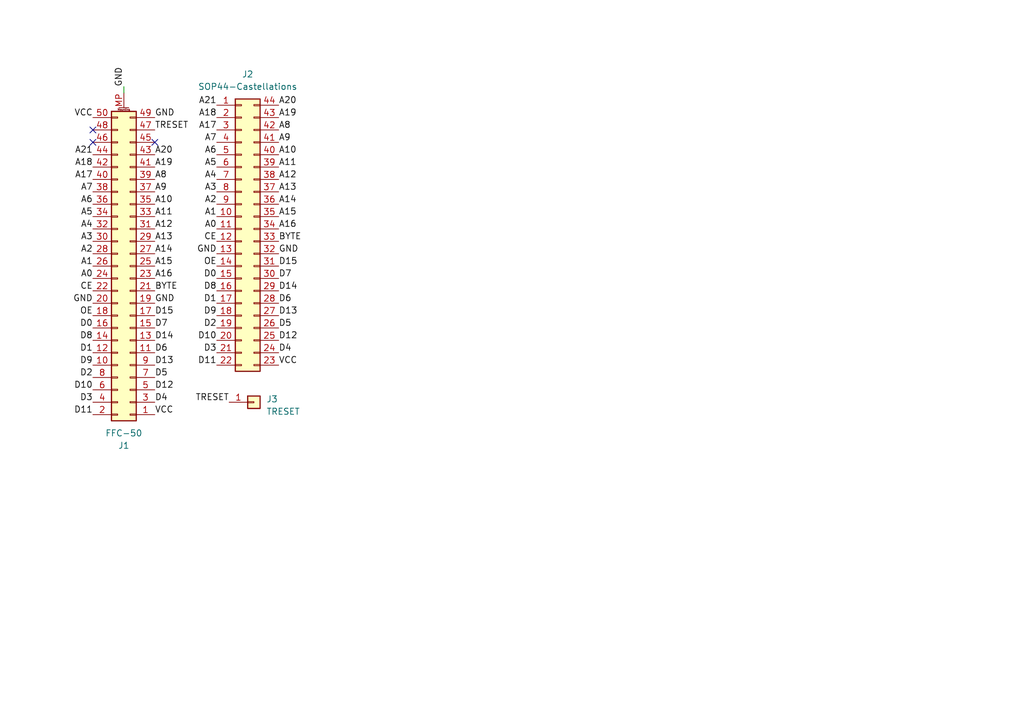
<source format=kicad_sch>
(kicad_sch (version 20230121) (generator eeschema)

  (uuid 218a50b5-5328-4910-8bfa-477207937a67)

  (paper "A5")

  (title_block
    (title "TokuROM Target-SOP44")
    (rev "1.1")
    (company "github.com/kasamikona/TokuROM")
  )

  (lib_symbols
    (symbol "Connector_Generic:Conn_01x01" (pin_names (offset 1.016) hide) (in_bom yes) (on_board yes)
      (property "Reference" "J" (at 0 2.54 0)
        (effects (font (size 1.27 1.27)))
      )
      (property "Value" "Conn_01x01" (at 0 -2.54 0)
        (effects (font (size 1.27 1.27)))
      )
      (property "Footprint" "" (at 0 0 0)
        (effects (font (size 1.27 1.27)) hide)
      )
      (property "Datasheet" "~" (at 0 0 0)
        (effects (font (size 1.27 1.27)) hide)
      )
      (property "ki_keywords" "connector" (at 0 0 0)
        (effects (font (size 1.27 1.27)) hide)
      )
      (property "ki_description" "Generic connector, single row, 01x01, script generated (kicad-library-utils/schlib/autogen/connector/)" (at 0 0 0)
        (effects (font (size 1.27 1.27)) hide)
      )
      (property "ki_fp_filters" "Connector*:*_1x??_*" (at 0 0 0)
        (effects (font (size 1.27 1.27)) hide)
      )
      (symbol "Conn_01x01_1_1"
        (rectangle (start -1.27 0.127) (end 0 -0.127)
          (stroke (width 0.1524) (type default))
          (fill (type none))
        )
        (rectangle (start -1.27 1.27) (end 1.27 -1.27)
          (stroke (width 0.254) (type default))
          (fill (type background))
        )
        (pin passive line (at -5.08 0 0) (length 3.81)
          (name "Pin_1" (effects (font (size 1.27 1.27))))
          (number "1" (effects (font (size 1.27 1.27))))
        )
      )
    )
    (symbol "Connector_Generic:Conn_02x22_Counter_Clockwise" (pin_names (offset 1.016) hide) (in_bom yes) (on_board yes)
      (property "Reference" "J" (at 1.27 27.94 0)
        (effects (font (size 1.27 1.27)))
      )
      (property "Value" "Conn_02x22_Counter_Clockwise" (at 1.27 -30.48 0)
        (effects (font (size 1.27 1.27)))
      )
      (property "Footprint" "" (at 0 0 0)
        (effects (font (size 1.27 1.27)) hide)
      )
      (property "Datasheet" "~" (at 0 0 0)
        (effects (font (size 1.27 1.27)) hide)
      )
      (property "ki_keywords" "connector" (at 0 0 0)
        (effects (font (size 1.27 1.27)) hide)
      )
      (property "ki_description" "Generic connector, double row, 02x22, counter clockwise pin numbering scheme (similar to DIP package numbering), script generated (kicad-library-utils/schlib/autogen/connector/)" (at 0 0 0)
        (effects (font (size 1.27 1.27)) hide)
      )
      (property "ki_fp_filters" "Connector*:*_2x??_*" (at 0 0 0)
        (effects (font (size 1.27 1.27)) hide)
      )
      (symbol "Conn_02x22_Counter_Clockwise_1_1"
        (rectangle (start -1.27 -27.813) (end 0 -28.067)
          (stroke (width 0.1524) (type default))
          (fill (type none))
        )
        (rectangle (start -1.27 -25.273) (end 0 -25.527)
          (stroke (width 0.1524) (type default))
          (fill (type none))
        )
        (rectangle (start -1.27 -22.733) (end 0 -22.987)
          (stroke (width 0.1524) (type default))
          (fill (type none))
        )
        (rectangle (start -1.27 -20.193) (end 0 -20.447)
          (stroke (width 0.1524) (type default))
          (fill (type none))
        )
        (rectangle (start -1.27 -17.653) (end 0 -17.907)
          (stroke (width 0.1524) (type default))
          (fill (type none))
        )
        (rectangle (start -1.27 -15.113) (end 0 -15.367)
          (stroke (width 0.1524) (type default))
          (fill (type none))
        )
        (rectangle (start -1.27 -12.573) (end 0 -12.827)
          (stroke (width 0.1524) (type default))
          (fill (type none))
        )
        (rectangle (start -1.27 -10.033) (end 0 -10.287)
          (stroke (width 0.1524) (type default))
          (fill (type none))
        )
        (rectangle (start -1.27 -7.493) (end 0 -7.747)
          (stroke (width 0.1524) (type default))
          (fill (type none))
        )
        (rectangle (start -1.27 -4.953) (end 0 -5.207)
          (stroke (width 0.1524) (type default))
          (fill (type none))
        )
        (rectangle (start -1.27 -2.413) (end 0 -2.667)
          (stroke (width 0.1524) (type default))
          (fill (type none))
        )
        (rectangle (start -1.27 0.127) (end 0 -0.127)
          (stroke (width 0.1524) (type default))
          (fill (type none))
        )
        (rectangle (start -1.27 2.667) (end 0 2.413)
          (stroke (width 0.1524) (type default))
          (fill (type none))
        )
        (rectangle (start -1.27 5.207) (end 0 4.953)
          (stroke (width 0.1524) (type default))
          (fill (type none))
        )
        (rectangle (start -1.27 7.747) (end 0 7.493)
          (stroke (width 0.1524) (type default))
          (fill (type none))
        )
        (rectangle (start -1.27 10.287) (end 0 10.033)
          (stroke (width 0.1524) (type default))
          (fill (type none))
        )
        (rectangle (start -1.27 12.827) (end 0 12.573)
          (stroke (width 0.1524) (type default))
          (fill (type none))
        )
        (rectangle (start -1.27 15.367) (end 0 15.113)
          (stroke (width 0.1524) (type default))
          (fill (type none))
        )
        (rectangle (start -1.27 17.907) (end 0 17.653)
          (stroke (width 0.1524) (type default))
          (fill (type none))
        )
        (rectangle (start -1.27 20.447) (end 0 20.193)
          (stroke (width 0.1524) (type default))
          (fill (type none))
        )
        (rectangle (start -1.27 22.987) (end 0 22.733)
          (stroke (width 0.1524) (type default))
          (fill (type none))
        )
        (rectangle (start -1.27 25.527) (end 0 25.273)
          (stroke (width 0.1524) (type default))
          (fill (type none))
        )
        (rectangle (start -1.27 26.67) (end 3.81 -29.21)
          (stroke (width 0.254) (type default))
          (fill (type background))
        )
        (rectangle (start 3.81 -27.813) (end 2.54 -28.067)
          (stroke (width 0.1524) (type default))
          (fill (type none))
        )
        (rectangle (start 3.81 -25.273) (end 2.54 -25.527)
          (stroke (width 0.1524) (type default))
          (fill (type none))
        )
        (rectangle (start 3.81 -22.733) (end 2.54 -22.987)
          (stroke (width 0.1524) (type default))
          (fill (type none))
        )
        (rectangle (start 3.81 -20.193) (end 2.54 -20.447)
          (stroke (width 0.1524) (type default))
          (fill (type none))
        )
        (rectangle (start 3.81 -17.653) (end 2.54 -17.907)
          (stroke (width 0.1524) (type default))
          (fill (type none))
        )
        (rectangle (start 3.81 -15.113) (end 2.54 -15.367)
          (stroke (width 0.1524) (type default))
          (fill (type none))
        )
        (rectangle (start 3.81 -12.573) (end 2.54 -12.827)
          (stroke (width 0.1524) (type default))
          (fill (type none))
        )
        (rectangle (start 3.81 -10.033) (end 2.54 -10.287)
          (stroke (width 0.1524) (type default))
          (fill (type none))
        )
        (rectangle (start 3.81 -7.493) (end 2.54 -7.747)
          (stroke (width 0.1524) (type default))
          (fill (type none))
        )
        (rectangle (start 3.81 -4.953) (end 2.54 -5.207)
          (stroke (width 0.1524) (type default))
          (fill (type none))
        )
        (rectangle (start 3.81 -2.413) (end 2.54 -2.667)
          (stroke (width 0.1524) (type default))
          (fill (type none))
        )
        (rectangle (start 3.81 0.127) (end 2.54 -0.127)
          (stroke (width 0.1524) (type default))
          (fill (type none))
        )
        (rectangle (start 3.81 2.667) (end 2.54 2.413)
          (stroke (width 0.1524) (type default))
          (fill (type none))
        )
        (rectangle (start 3.81 5.207) (end 2.54 4.953)
          (stroke (width 0.1524) (type default))
          (fill (type none))
        )
        (rectangle (start 3.81 7.747) (end 2.54 7.493)
          (stroke (width 0.1524) (type default))
          (fill (type none))
        )
        (rectangle (start 3.81 10.287) (end 2.54 10.033)
          (stroke (width 0.1524) (type default))
          (fill (type none))
        )
        (rectangle (start 3.81 12.827) (end 2.54 12.573)
          (stroke (width 0.1524) (type default))
          (fill (type none))
        )
        (rectangle (start 3.81 15.367) (end 2.54 15.113)
          (stroke (width 0.1524) (type default))
          (fill (type none))
        )
        (rectangle (start 3.81 17.907) (end 2.54 17.653)
          (stroke (width 0.1524) (type default))
          (fill (type none))
        )
        (rectangle (start 3.81 20.447) (end 2.54 20.193)
          (stroke (width 0.1524) (type default))
          (fill (type none))
        )
        (rectangle (start 3.81 22.987) (end 2.54 22.733)
          (stroke (width 0.1524) (type default))
          (fill (type none))
        )
        (rectangle (start 3.81 25.527) (end 2.54 25.273)
          (stroke (width 0.1524) (type default))
          (fill (type none))
        )
        (pin passive line (at -5.08 25.4 0) (length 3.81)
          (name "Pin_1" (effects (font (size 1.27 1.27))))
          (number "1" (effects (font (size 1.27 1.27))))
        )
        (pin passive line (at -5.08 2.54 0) (length 3.81)
          (name "Pin_10" (effects (font (size 1.27 1.27))))
          (number "10" (effects (font (size 1.27 1.27))))
        )
        (pin passive line (at -5.08 0 0) (length 3.81)
          (name "Pin_11" (effects (font (size 1.27 1.27))))
          (number "11" (effects (font (size 1.27 1.27))))
        )
        (pin passive line (at -5.08 -2.54 0) (length 3.81)
          (name "Pin_12" (effects (font (size 1.27 1.27))))
          (number "12" (effects (font (size 1.27 1.27))))
        )
        (pin passive line (at -5.08 -5.08 0) (length 3.81)
          (name "Pin_13" (effects (font (size 1.27 1.27))))
          (number "13" (effects (font (size 1.27 1.27))))
        )
        (pin passive line (at -5.08 -7.62 0) (length 3.81)
          (name "Pin_14" (effects (font (size 1.27 1.27))))
          (number "14" (effects (font (size 1.27 1.27))))
        )
        (pin passive line (at -5.08 -10.16 0) (length 3.81)
          (name "Pin_15" (effects (font (size 1.27 1.27))))
          (number "15" (effects (font (size 1.27 1.27))))
        )
        (pin passive line (at -5.08 -12.7 0) (length 3.81)
          (name "Pin_16" (effects (font (size 1.27 1.27))))
          (number "16" (effects (font (size 1.27 1.27))))
        )
        (pin passive line (at -5.08 -15.24 0) (length 3.81)
          (name "Pin_17" (effects (font (size 1.27 1.27))))
          (number "17" (effects (font (size 1.27 1.27))))
        )
        (pin passive line (at -5.08 -17.78 0) (length 3.81)
          (name "Pin_18" (effects (font (size 1.27 1.27))))
          (number "18" (effects (font (size 1.27 1.27))))
        )
        (pin passive line (at -5.08 -20.32 0) (length 3.81)
          (name "Pin_19" (effects (font (size 1.27 1.27))))
          (number "19" (effects (font (size 1.27 1.27))))
        )
        (pin passive line (at -5.08 22.86 0) (length 3.81)
          (name "Pin_2" (effects (font (size 1.27 1.27))))
          (number "2" (effects (font (size 1.27 1.27))))
        )
        (pin passive line (at -5.08 -22.86 0) (length 3.81)
          (name "Pin_20" (effects (font (size 1.27 1.27))))
          (number "20" (effects (font (size 1.27 1.27))))
        )
        (pin passive line (at -5.08 -25.4 0) (length 3.81)
          (name "Pin_21" (effects (font (size 1.27 1.27))))
          (number "21" (effects (font (size 1.27 1.27))))
        )
        (pin passive line (at -5.08 -27.94 0) (length 3.81)
          (name "Pin_22" (effects (font (size 1.27 1.27))))
          (number "22" (effects (font (size 1.27 1.27))))
        )
        (pin passive line (at 7.62 -27.94 180) (length 3.81)
          (name "Pin_23" (effects (font (size 1.27 1.27))))
          (number "23" (effects (font (size 1.27 1.27))))
        )
        (pin passive line (at 7.62 -25.4 180) (length 3.81)
          (name "Pin_24" (effects (font (size 1.27 1.27))))
          (number "24" (effects (font (size 1.27 1.27))))
        )
        (pin passive line (at 7.62 -22.86 180) (length 3.81)
          (name "Pin_25" (effects (font (size 1.27 1.27))))
          (number "25" (effects (font (size 1.27 1.27))))
        )
        (pin passive line (at 7.62 -20.32 180) (length 3.81)
          (name "Pin_26" (effects (font (size 1.27 1.27))))
          (number "26" (effects (font (size 1.27 1.27))))
        )
        (pin passive line (at 7.62 -17.78 180) (length 3.81)
          (name "Pin_27" (effects (font (size 1.27 1.27))))
          (number "27" (effects (font (size 1.27 1.27))))
        )
        (pin passive line (at 7.62 -15.24 180) (length 3.81)
          (name "Pin_28" (effects (font (size 1.27 1.27))))
          (number "28" (effects (font (size 1.27 1.27))))
        )
        (pin passive line (at 7.62 -12.7 180) (length 3.81)
          (name "Pin_29" (effects (font (size 1.27 1.27))))
          (number "29" (effects (font (size 1.27 1.27))))
        )
        (pin passive line (at -5.08 20.32 0) (length 3.81)
          (name "Pin_3" (effects (font (size 1.27 1.27))))
          (number "3" (effects (font (size 1.27 1.27))))
        )
        (pin passive line (at 7.62 -10.16 180) (length 3.81)
          (name "Pin_30" (effects (font (size 1.27 1.27))))
          (number "30" (effects (font (size 1.27 1.27))))
        )
        (pin passive line (at 7.62 -7.62 180) (length 3.81)
          (name "Pin_31" (effects (font (size 1.27 1.27))))
          (number "31" (effects (font (size 1.27 1.27))))
        )
        (pin passive line (at 7.62 -5.08 180) (length 3.81)
          (name "Pin_32" (effects (font (size 1.27 1.27))))
          (number "32" (effects (font (size 1.27 1.27))))
        )
        (pin passive line (at 7.62 -2.54 180) (length 3.81)
          (name "Pin_33" (effects (font (size 1.27 1.27))))
          (number "33" (effects (font (size 1.27 1.27))))
        )
        (pin passive line (at 7.62 0 180) (length 3.81)
          (name "Pin_34" (effects (font (size 1.27 1.27))))
          (number "34" (effects (font (size 1.27 1.27))))
        )
        (pin passive line (at 7.62 2.54 180) (length 3.81)
          (name "Pin_35" (effects (font (size 1.27 1.27))))
          (number "35" (effects (font (size 1.27 1.27))))
        )
        (pin passive line (at 7.62 5.08 180) (length 3.81)
          (name "Pin_36" (effects (font (size 1.27 1.27))))
          (number "36" (effects (font (size 1.27 1.27))))
        )
        (pin passive line (at 7.62 7.62 180) (length 3.81)
          (name "Pin_37" (effects (font (size 1.27 1.27))))
          (number "37" (effects (font (size 1.27 1.27))))
        )
        (pin passive line (at 7.62 10.16 180) (length 3.81)
          (name "Pin_38" (effects (font (size 1.27 1.27))))
          (number "38" (effects (font (size 1.27 1.27))))
        )
        (pin passive line (at 7.62 12.7 180) (length 3.81)
          (name "Pin_39" (effects (font (size 1.27 1.27))))
          (number "39" (effects (font (size 1.27 1.27))))
        )
        (pin passive line (at -5.08 17.78 0) (length 3.81)
          (name "Pin_4" (effects (font (size 1.27 1.27))))
          (number "4" (effects (font (size 1.27 1.27))))
        )
        (pin passive line (at 7.62 15.24 180) (length 3.81)
          (name "Pin_40" (effects (font (size 1.27 1.27))))
          (number "40" (effects (font (size 1.27 1.27))))
        )
        (pin passive line (at 7.62 17.78 180) (length 3.81)
          (name "Pin_41" (effects (font (size 1.27 1.27))))
          (number "41" (effects (font (size 1.27 1.27))))
        )
        (pin passive line (at 7.62 20.32 180) (length 3.81)
          (name "Pin_42" (effects (font (size 1.27 1.27))))
          (number "42" (effects (font (size 1.27 1.27))))
        )
        (pin passive line (at 7.62 22.86 180) (length 3.81)
          (name "Pin_43" (effects (font (size 1.27 1.27))))
          (number "43" (effects (font (size 1.27 1.27))))
        )
        (pin passive line (at 7.62 25.4 180) (length 3.81)
          (name "Pin_44" (effects (font (size 1.27 1.27))))
          (number "44" (effects (font (size 1.27 1.27))))
        )
        (pin passive line (at -5.08 15.24 0) (length 3.81)
          (name "Pin_5" (effects (font (size 1.27 1.27))))
          (number "5" (effects (font (size 1.27 1.27))))
        )
        (pin passive line (at -5.08 12.7 0) (length 3.81)
          (name "Pin_6" (effects (font (size 1.27 1.27))))
          (number "6" (effects (font (size 1.27 1.27))))
        )
        (pin passive line (at -5.08 10.16 0) (length 3.81)
          (name "Pin_7" (effects (font (size 1.27 1.27))))
          (number "7" (effects (font (size 1.27 1.27))))
        )
        (pin passive line (at -5.08 7.62 0) (length 3.81)
          (name "Pin_8" (effects (font (size 1.27 1.27))))
          (number "8" (effects (font (size 1.27 1.27))))
        )
        (pin passive line (at -5.08 5.08 0) (length 3.81)
          (name "Pin_9" (effects (font (size 1.27 1.27))))
          (number "9" (effects (font (size 1.27 1.27))))
        )
      )
    )
    (symbol "Connector_Generic_MountingPin:Conn_02x25_Odd_Even_MountingPin" (pin_names (offset 1.016) hide) (in_bom yes) (on_board yes)
      (property "Reference" "J" (at 1.27 33.02 0)
        (effects (font (size 1.27 1.27)))
      )
      (property "Value" "Conn_02x25_Odd_Even_MountingPin" (at 2.54 -33.02 0)
        (effects (font (size 1.27 1.27)) (justify left))
      )
      (property "Footprint" "" (at 0 0 0)
        (effects (font (size 1.27 1.27)) hide)
      )
      (property "Datasheet" "~" (at 0 0 0)
        (effects (font (size 1.27 1.27)) hide)
      )
      (property "ki_keywords" "connector" (at 0 0 0)
        (effects (font (size 1.27 1.27)) hide)
      )
      (property "ki_description" "Generic connectable mounting pin connector, double row, 02x25, odd/even pin numbering scheme (row 1 odd numbers, row 2 even numbers), script generated (kicad-library-utils/schlib/autogen/connector/)" (at 0 0 0)
        (effects (font (size 1.27 1.27)) hide)
      )
      (property "ki_fp_filters" "Connector*:*_2x??-1MP*" (at 0 0 0)
        (effects (font (size 1.27 1.27)) hide)
      )
      (symbol "Conn_02x25_Odd_Even_MountingPin_1_1"
        (rectangle (start -1.27 -30.353) (end 0 -30.607)
          (stroke (width 0.1524) (type default))
          (fill (type none))
        )
        (rectangle (start -1.27 -27.813) (end 0 -28.067)
          (stroke (width 0.1524) (type default))
          (fill (type none))
        )
        (rectangle (start -1.27 -25.273) (end 0 -25.527)
          (stroke (width 0.1524) (type default))
          (fill (type none))
        )
        (rectangle (start -1.27 -22.733) (end 0 -22.987)
          (stroke (width 0.1524) (type default))
          (fill (type none))
        )
        (rectangle (start -1.27 -20.193) (end 0 -20.447)
          (stroke (width 0.1524) (type default))
          (fill (type none))
        )
        (rectangle (start -1.27 -17.653) (end 0 -17.907)
          (stroke (width 0.1524) (type default))
          (fill (type none))
        )
        (rectangle (start -1.27 -15.113) (end 0 -15.367)
          (stroke (width 0.1524) (type default))
          (fill (type none))
        )
        (rectangle (start -1.27 -12.573) (end 0 -12.827)
          (stroke (width 0.1524) (type default))
          (fill (type none))
        )
        (rectangle (start -1.27 -10.033) (end 0 -10.287)
          (stroke (width 0.1524) (type default))
          (fill (type none))
        )
        (rectangle (start -1.27 -7.493) (end 0 -7.747)
          (stroke (width 0.1524) (type default))
          (fill (type none))
        )
        (rectangle (start -1.27 -4.953) (end 0 -5.207)
          (stroke (width 0.1524) (type default))
          (fill (type none))
        )
        (rectangle (start -1.27 -2.413) (end 0 -2.667)
          (stroke (width 0.1524) (type default))
          (fill (type none))
        )
        (rectangle (start -1.27 0.127) (end 0 -0.127)
          (stroke (width 0.1524) (type default))
          (fill (type none))
        )
        (rectangle (start -1.27 2.667) (end 0 2.413)
          (stroke (width 0.1524) (type default))
          (fill (type none))
        )
        (rectangle (start -1.27 5.207) (end 0 4.953)
          (stroke (width 0.1524) (type default))
          (fill (type none))
        )
        (rectangle (start -1.27 7.747) (end 0 7.493)
          (stroke (width 0.1524) (type default))
          (fill (type none))
        )
        (rectangle (start -1.27 10.287) (end 0 10.033)
          (stroke (width 0.1524) (type default))
          (fill (type none))
        )
        (rectangle (start -1.27 12.827) (end 0 12.573)
          (stroke (width 0.1524) (type default))
          (fill (type none))
        )
        (rectangle (start -1.27 15.367) (end 0 15.113)
          (stroke (width 0.1524) (type default))
          (fill (type none))
        )
        (rectangle (start -1.27 17.907) (end 0 17.653)
          (stroke (width 0.1524) (type default))
          (fill (type none))
        )
        (rectangle (start -1.27 20.447) (end 0 20.193)
          (stroke (width 0.1524) (type default))
          (fill (type none))
        )
        (rectangle (start -1.27 22.987) (end 0 22.733)
          (stroke (width 0.1524) (type default))
          (fill (type none))
        )
        (rectangle (start -1.27 25.527) (end 0 25.273)
          (stroke (width 0.1524) (type default))
          (fill (type none))
        )
        (rectangle (start -1.27 28.067) (end 0 27.813)
          (stroke (width 0.1524) (type default))
          (fill (type none))
        )
        (rectangle (start -1.27 30.607) (end 0 30.353)
          (stroke (width 0.1524) (type default))
          (fill (type none))
        )
        (rectangle (start -1.27 31.75) (end 3.81 -31.75)
          (stroke (width 0.254) (type default))
          (fill (type background))
        )
        (polyline
          (pts
            (xy 0.254 -32.512)
            (xy 2.286 -32.512)
          )
          (stroke (width 0.1524) (type default))
          (fill (type none))
        )
        (rectangle (start 3.81 -30.353) (end 2.54 -30.607)
          (stroke (width 0.1524) (type default))
          (fill (type none))
        )
        (rectangle (start 3.81 -27.813) (end 2.54 -28.067)
          (stroke (width 0.1524) (type default))
          (fill (type none))
        )
        (rectangle (start 3.81 -25.273) (end 2.54 -25.527)
          (stroke (width 0.1524) (type default))
          (fill (type none))
        )
        (rectangle (start 3.81 -22.733) (end 2.54 -22.987)
          (stroke (width 0.1524) (type default))
          (fill (type none))
        )
        (rectangle (start 3.81 -20.193) (end 2.54 -20.447)
          (stroke (width 0.1524) (type default))
          (fill (type none))
        )
        (rectangle (start 3.81 -17.653) (end 2.54 -17.907)
          (stroke (width 0.1524) (type default))
          (fill (type none))
        )
        (rectangle (start 3.81 -15.113) (end 2.54 -15.367)
          (stroke (width 0.1524) (type default))
          (fill (type none))
        )
        (rectangle (start 3.81 -12.573) (end 2.54 -12.827)
          (stroke (width 0.1524) (type default))
          (fill (type none))
        )
        (rectangle (start 3.81 -10.033) (end 2.54 -10.287)
          (stroke (width 0.1524) (type default))
          (fill (type none))
        )
        (rectangle (start 3.81 -7.493) (end 2.54 -7.747)
          (stroke (width 0.1524) (type default))
          (fill (type none))
        )
        (rectangle (start 3.81 -4.953) (end 2.54 -5.207)
          (stroke (width 0.1524) (type default))
          (fill (type none))
        )
        (rectangle (start 3.81 -2.413) (end 2.54 -2.667)
          (stroke (width 0.1524) (type default))
          (fill (type none))
        )
        (rectangle (start 3.81 0.127) (end 2.54 -0.127)
          (stroke (width 0.1524) (type default))
          (fill (type none))
        )
        (rectangle (start 3.81 2.667) (end 2.54 2.413)
          (stroke (width 0.1524) (type default))
          (fill (type none))
        )
        (rectangle (start 3.81 5.207) (end 2.54 4.953)
          (stroke (width 0.1524) (type default))
          (fill (type none))
        )
        (rectangle (start 3.81 7.747) (end 2.54 7.493)
          (stroke (width 0.1524) (type default))
          (fill (type none))
        )
        (rectangle (start 3.81 10.287) (end 2.54 10.033)
          (stroke (width 0.1524) (type default))
          (fill (type none))
        )
        (rectangle (start 3.81 12.827) (end 2.54 12.573)
          (stroke (width 0.1524) (type default))
          (fill (type none))
        )
        (rectangle (start 3.81 15.367) (end 2.54 15.113)
          (stroke (width 0.1524) (type default))
          (fill (type none))
        )
        (rectangle (start 3.81 17.907) (end 2.54 17.653)
          (stroke (width 0.1524) (type default))
          (fill (type none))
        )
        (rectangle (start 3.81 20.447) (end 2.54 20.193)
          (stroke (width 0.1524) (type default))
          (fill (type none))
        )
        (rectangle (start 3.81 22.987) (end 2.54 22.733)
          (stroke (width 0.1524) (type default))
          (fill (type none))
        )
        (rectangle (start 3.81 25.527) (end 2.54 25.273)
          (stroke (width 0.1524) (type default))
          (fill (type none))
        )
        (rectangle (start 3.81 28.067) (end 2.54 27.813)
          (stroke (width 0.1524) (type default))
          (fill (type none))
        )
        (rectangle (start 3.81 30.607) (end 2.54 30.353)
          (stroke (width 0.1524) (type default))
          (fill (type none))
        )
        (text "Mounting" (at 1.27 -32.131 0)
          (effects (font (size 0.381 0.381)))
        )
        (pin passive line (at -5.08 30.48 0) (length 3.81)
          (name "Pin_1" (effects (font (size 1.27 1.27))))
          (number "1" (effects (font (size 1.27 1.27))))
        )
        (pin passive line (at 7.62 20.32 180) (length 3.81)
          (name "Pin_10" (effects (font (size 1.27 1.27))))
          (number "10" (effects (font (size 1.27 1.27))))
        )
        (pin passive line (at -5.08 17.78 0) (length 3.81)
          (name "Pin_11" (effects (font (size 1.27 1.27))))
          (number "11" (effects (font (size 1.27 1.27))))
        )
        (pin passive line (at 7.62 17.78 180) (length 3.81)
          (name "Pin_12" (effects (font (size 1.27 1.27))))
          (number "12" (effects (font (size 1.27 1.27))))
        )
        (pin passive line (at -5.08 15.24 0) (length 3.81)
          (name "Pin_13" (effects (font (size 1.27 1.27))))
          (number "13" (effects (font (size 1.27 1.27))))
        )
        (pin passive line (at 7.62 15.24 180) (length 3.81)
          (name "Pin_14" (effects (font (size 1.27 1.27))))
          (number "14" (effects (font (size 1.27 1.27))))
        )
        (pin passive line (at -5.08 12.7 0) (length 3.81)
          (name "Pin_15" (effects (font (size 1.27 1.27))))
          (number "15" (effects (font (size 1.27 1.27))))
        )
        (pin passive line (at 7.62 12.7 180) (length 3.81)
          (name "Pin_16" (effects (font (size 1.27 1.27))))
          (number "16" (effects (font (size 1.27 1.27))))
        )
        (pin passive line (at -5.08 10.16 0) (length 3.81)
          (name "Pin_17" (effects (font (size 1.27 1.27))))
          (number "17" (effects (font (size 1.27 1.27))))
        )
        (pin passive line (at 7.62 10.16 180) (length 3.81)
          (name "Pin_18" (effects (font (size 1.27 1.27))))
          (number "18" (effects (font (size 1.27 1.27))))
        )
        (pin passive line (at -5.08 7.62 0) (length 3.81)
          (name "Pin_19" (effects (font (size 1.27 1.27))))
          (number "19" (effects (font (size 1.27 1.27))))
        )
        (pin passive line (at 7.62 30.48 180) (length 3.81)
          (name "Pin_2" (effects (font (size 1.27 1.27))))
          (number "2" (effects (font (size 1.27 1.27))))
        )
        (pin passive line (at 7.62 7.62 180) (length 3.81)
          (name "Pin_20" (effects (font (size 1.27 1.27))))
          (number "20" (effects (font (size 1.27 1.27))))
        )
        (pin passive line (at -5.08 5.08 0) (length 3.81)
          (name "Pin_21" (effects (font (size 1.27 1.27))))
          (number "21" (effects (font (size 1.27 1.27))))
        )
        (pin passive line (at 7.62 5.08 180) (length 3.81)
          (name "Pin_22" (effects (font (size 1.27 1.27))))
          (number "22" (effects (font (size 1.27 1.27))))
        )
        (pin passive line (at -5.08 2.54 0) (length 3.81)
          (name "Pin_23" (effects (font (size 1.27 1.27))))
          (number "23" (effects (font (size 1.27 1.27))))
        )
        (pin passive line (at 7.62 2.54 180) (length 3.81)
          (name "Pin_24" (effects (font (size 1.27 1.27))))
          (number "24" (effects (font (size 1.27 1.27))))
        )
        (pin passive line (at -5.08 0 0) (length 3.81)
          (name "Pin_25" (effects (font (size 1.27 1.27))))
          (number "25" (effects (font (size 1.27 1.27))))
        )
        (pin passive line (at 7.62 0 180) (length 3.81)
          (name "Pin_26" (effects (font (size 1.27 1.27))))
          (number "26" (effects (font (size 1.27 1.27))))
        )
        (pin passive line (at -5.08 -2.54 0) (length 3.81)
          (name "Pin_27" (effects (font (size 1.27 1.27))))
          (number "27" (effects (font (size 1.27 1.27))))
        )
        (pin passive line (at 7.62 -2.54 180) (length 3.81)
          (name "Pin_28" (effects (font (size 1.27 1.27))))
          (number "28" (effects (font (size 1.27 1.27))))
        )
        (pin passive line (at -5.08 -5.08 0) (length 3.81)
          (name "Pin_29" (effects (font (size 1.27 1.27))))
          (number "29" (effects (font (size 1.27 1.27))))
        )
        (pin passive line (at -5.08 27.94 0) (length 3.81)
          (name "Pin_3" (effects (font (size 1.27 1.27))))
          (number "3" (effects (font (size 1.27 1.27))))
        )
        (pin passive line (at 7.62 -5.08 180) (length 3.81)
          (name "Pin_30" (effects (font (size 1.27 1.27))))
          (number "30" (effects (font (size 1.27 1.27))))
        )
        (pin passive line (at -5.08 -7.62 0) (length 3.81)
          (name "Pin_31" (effects (font (size 1.27 1.27))))
          (number "31" (effects (font (size 1.27 1.27))))
        )
        (pin passive line (at 7.62 -7.62 180) (length 3.81)
          (name "Pin_32" (effects (font (size 1.27 1.27))))
          (number "32" (effects (font (size 1.27 1.27))))
        )
        (pin passive line (at -5.08 -10.16 0) (length 3.81)
          (name "Pin_33" (effects (font (size 1.27 1.27))))
          (number "33" (effects (font (size 1.27 1.27))))
        )
        (pin passive line (at 7.62 -10.16 180) (length 3.81)
          (name "Pin_34" (effects (font (size 1.27 1.27))))
          (number "34" (effects (font (size 1.27 1.27))))
        )
        (pin passive line (at -5.08 -12.7 0) (length 3.81)
          (name "Pin_35" (effects (font (size 1.27 1.27))))
          (number "35" (effects (font (size 1.27 1.27))))
        )
        (pin passive line (at 7.62 -12.7 180) (length 3.81)
          (name "Pin_36" (effects (font (size 1.27 1.27))))
          (number "36" (effects (font (size 1.27 1.27))))
        )
        (pin passive line (at -5.08 -15.24 0) (length 3.81)
          (name "Pin_37" (effects (font (size 1.27 1.27))))
          (number "37" (effects (font (size 1.27 1.27))))
        )
        (pin passive line (at 7.62 -15.24 180) (length 3.81)
          (name "Pin_38" (effects (font (size 1.27 1.27))))
          (number "38" (effects (font (size 1.27 1.27))))
        )
        (pin passive line (at -5.08 -17.78 0) (length 3.81)
          (name "Pin_39" (effects (font (size 1.27 1.27))))
          (number "39" (effects (font (size 1.27 1.27))))
        )
        (pin passive line (at 7.62 27.94 180) (length 3.81)
          (name "Pin_4" (effects (font (size 1.27 1.27))))
          (number "4" (effects (font (size 1.27 1.27))))
        )
        (pin passive line (at 7.62 -17.78 180) (length 3.81)
          (name "Pin_40" (effects (font (size 1.27 1.27))))
          (number "40" (effects (font (size 1.27 1.27))))
        )
        (pin passive line (at -5.08 -20.32 0) (length 3.81)
          (name "Pin_41" (effects (font (size 1.27 1.27))))
          (number "41" (effects (font (size 1.27 1.27))))
        )
        (pin passive line (at 7.62 -20.32 180) (length 3.81)
          (name "Pin_42" (effects (font (size 1.27 1.27))))
          (number "42" (effects (font (size 1.27 1.27))))
        )
        (pin passive line (at -5.08 -22.86 0) (length 3.81)
          (name "Pin_43" (effects (font (size 1.27 1.27))))
          (number "43" (effects (font (size 1.27 1.27))))
        )
        (pin passive line (at 7.62 -22.86 180) (length 3.81)
          (name "Pin_44" (effects (font (size 1.27 1.27))))
          (number "44" (effects (font (size 1.27 1.27))))
        )
        (pin passive line (at -5.08 -25.4 0) (length 3.81)
          (name "Pin_45" (effects (font (size 1.27 1.27))))
          (number "45" (effects (font (size 1.27 1.27))))
        )
        (pin passive line (at 7.62 -25.4 180) (length 3.81)
          (name "Pin_46" (effects (font (size 1.27 1.27))))
          (number "46" (effects (font (size 1.27 1.27))))
        )
        (pin passive line (at -5.08 -27.94 0) (length 3.81)
          (name "Pin_47" (effects (font (size 1.27 1.27))))
          (number "47" (effects (font (size 1.27 1.27))))
        )
        (pin passive line (at 7.62 -27.94 180) (length 3.81)
          (name "Pin_48" (effects (font (size 1.27 1.27))))
          (number "48" (effects (font (size 1.27 1.27))))
        )
        (pin passive line (at -5.08 -30.48 0) (length 3.81)
          (name "Pin_49" (effects (font (size 1.27 1.27))))
          (number "49" (effects (font (size 1.27 1.27))))
        )
        (pin passive line (at -5.08 25.4 0) (length 3.81)
          (name "Pin_5" (effects (font (size 1.27 1.27))))
          (number "5" (effects (font (size 1.27 1.27))))
        )
        (pin passive line (at 7.62 -30.48 180) (length 3.81)
          (name "Pin_50" (effects (font (size 1.27 1.27))))
          (number "50" (effects (font (size 1.27 1.27))))
        )
        (pin passive line (at 7.62 25.4 180) (length 3.81)
          (name "Pin_6" (effects (font (size 1.27 1.27))))
          (number "6" (effects (font (size 1.27 1.27))))
        )
        (pin passive line (at -5.08 22.86 0) (length 3.81)
          (name "Pin_7" (effects (font (size 1.27 1.27))))
          (number "7" (effects (font (size 1.27 1.27))))
        )
        (pin passive line (at 7.62 22.86 180) (length 3.81)
          (name "Pin_8" (effects (font (size 1.27 1.27))))
          (number "8" (effects (font (size 1.27 1.27))))
        )
        (pin passive line (at -5.08 20.32 0) (length 3.81)
          (name "Pin_9" (effects (font (size 1.27 1.27))))
          (number "9" (effects (font (size 1.27 1.27))))
        )
        (pin passive line (at 1.27 -35.56 90) (length 3.048)
          (name "MountPin" (effects (font (size 1.27 1.27))))
          (number "MP" (effects (font (size 1.27 1.27))))
        )
      )
    )
  )


  (no_connect (at 19.05 29.21) (uuid 9651cd88-e222-4f14-b610-fd593c525d51))
  (no_connect (at 19.05 26.67) (uuid bbb7abf2-7c46-42a5-b84f-0716b02c0da7))
  (no_connect (at 31.75 29.21) (uuid c2a4f1e1-915d-42b3-bacd-0e9d8c132d5c))

  (wire (pts (xy 25.4 17.78) (xy 25.4 19.05))
    (stroke (width 0) (type default))
    (uuid 7d443f2a-f378-41e5-b552-69cb5f287469)
  )

  (label "A0" (at 44.45 46.99 180) (fields_autoplaced)
    (effects (font (size 1.27 1.27)) (justify right bottom))
    (uuid 01ec1ed3-aed7-48db-b385-ffe40c60f6b1)
  )
  (label "D5" (at 31.75 77.47 0) (fields_autoplaced)
    (effects (font (size 1.27 1.27)) (justify left bottom))
    (uuid 02ac1e1b-4b9e-4cd5-b349-a1d96be982d1)
  )
  (label "GND" (at 31.75 24.13 0) (fields_autoplaced)
    (effects (font (size 1.27 1.27)) (justify left bottom))
    (uuid 02c79e8e-6229-4e61-9279-5e8a5cf1aeb5)
  )
  (label "D5" (at 57.15 67.31 0) (fields_autoplaced)
    (effects (font (size 1.27 1.27)) (justify left bottom))
    (uuid 03e8f952-7cf5-4e54-9e40-8ecc8e39bf8e)
  )
  (label "D3" (at 19.05 82.55 180) (fields_autoplaced)
    (effects (font (size 1.27 1.27)) (justify right bottom))
    (uuid 108771d0-7045-4ad5-b733-01d116da5775)
  )
  (label "A7" (at 19.05 39.37 180) (fields_autoplaced)
    (effects (font (size 1.27 1.27)) (justify right bottom))
    (uuid 122050a8-6638-4bc8-afd7-32b4819e8843)
  )
  (label "A2" (at 44.45 41.91 180) (fields_autoplaced)
    (effects (font (size 1.27 1.27)) (justify right bottom))
    (uuid 15bd3cc4-1233-44e0-848d-914cf72b9496)
  )
  (label "D1" (at 44.45 62.23 180) (fields_autoplaced)
    (effects (font (size 1.27 1.27)) (justify right bottom))
    (uuid 17c2e3d6-ecc4-4ea0-b0aa-b5fe4b92145d)
  )
  (label "A3" (at 19.05 49.53 180) (fields_autoplaced)
    (effects (font (size 1.27 1.27)) (justify right bottom))
    (uuid 1dd92118-eb36-4966-a71c-cc8c9cf94546)
  )
  (label "A1" (at 19.05 54.61 180) (fields_autoplaced)
    (effects (font (size 1.27 1.27)) (justify right bottom))
    (uuid 21412a98-6685-41b5-8233-b2589474007a)
  )
  (label "A11" (at 31.75 44.45 0) (fields_autoplaced)
    (effects (font (size 1.27 1.27)) (justify left bottom))
    (uuid 219a030c-4eeb-43ac-9d29-e6ec397e1a13)
  )
  (label "VCC" (at 19.05 24.13 180) (fields_autoplaced)
    (effects (font (size 1.27 1.27)) (justify right bottom))
    (uuid 23229897-3e3e-43ec-bc97-c92ef2db56d6)
  )
  (label "A14" (at 31.75 52.07 0) (fields_autoplaced)
    (effects (font (size 1.27 1.27)) (justify left bottom))
    (uuid 2cee6022-6767-4c36-af1b-5b49cefd1768)
  )
  (label "A4" (at 44.45 36.83 180) (fields_autoplaced)
    (effects (font (size 1.27 1.27)) (justify right bottom))
    (uuid 3014ccec-c247-4144-835d-f1cba6dc71e0)
  )
  (label "A18" (at 44.45 24.13 180) (fields_autoplaced)
    (effects (font (size 1.27 1.27)) (justify right bottom))
    (uuid 3015fc0c-14ec-4a32-9a41-0b600d8599b0)
  )
  (label "A9" (at 31.75 39.37 0) (fields_autoplaced)
    (effects (font (size 1.27 1.27)) (justify left bottom))
    (uuid 360b4e9a-eb64-470b-8db4-e60af17d2a2f)
  )
  (label "A13" (at 31.75 49.53 0) (fields_autoplaced)
    (effects (font (size 1.27 1.27)) (justify left bottom))
    (uuid 398f39fd-ca87-433b-9fd4-41ebbfb69cec)
  )
  (label "D14" (at 57.15 59.69 0) (fields_autoplaced)
    (effects (font (size 1.27 1.27)) (justify left bottom))
    (uuid 39f5484b-d09c-463d-9442-4711b4485a09)
  )
  (label "D2" (at 19.05 77.47 180) (fields_autoplaced)
    (effects (font (size 1.27 1.27)) (justify right bottom))
    (uuid 3cb28856-84a4-4127-983d-6134efeb8e1d)
  )
  (label "A6" (at 44.45 31.75 180) (fields_autoplaced)
    (effects (font (size 1.27 1.27)) (justify right bottom))
    (uuid 3d71faf2-7273-442b-a5d5-84e63e604425)
  )
  (label "GND" (at 25.4 17.78 90) (fields_autoplaced)
    (effects (font (size 1.27 1.27)) (justify left bottom))
    (uuid 3e994794-3ad7-4335-8b0d-eb77e4dcf54a)
  )
  (label "D3" (at 44.45 72.39 180) (fields_autoplaced)
    (effects (font (size 1.27 1.27)) (justify right bottom))
    (uuid 3edbbb75-11ba-4876-888f-a950c9276719)
  )
  (label "CE" (at 44.45 49.53 180) (fields_autoplaced)
    (effects (font (size 1.27 1.27)) (justify right bottom))
    (uuid 3f536634-6093-4f95-86f6-3097bbd2e76e)
  )
  (label "A11" (at 57.15 34.29 0) (fields_autoplaced)
    (effects (font (size 1.27 1.27)) (justify left bottom))
    (uuid 47dd9ef1-9720-46dc-84f4-9d50c1860670)
  )
  (label "A18" (at 19.05 34.29 180) (fields_autoplaced)
    (effects (font (size 1.27 1.27)) (justify right bottom))
    (uuid 4baf30c1-82ba-4507-b779-fea750089d9a)
  )
  (label "A0" (at 19.05 57.15 180) (fields_autoplaced)
    (effects (font (size 1.27 1.27)) (justify right bottom))
    (uuid 504efc43-a0fc-4f3f-9a53-f17d503ae007)
  )
  (label "VCC" (at 31.75 85.09 0) (fields_autoplaced)
    (effects (font (size 1.27 1.27)) (justify left bottom))
    (uuid 540242ac-4039-49b1-92da-341897d7392b)
  )
  (label "A12" (at 57.15 36.83 0) (fields_autoplaced)
    (effects (font (size 1.27 1.27)) (justify left bottom))
    (uuid 556f7d12-1696-4285-b6e6-18f955579df7)
  )
  (label "D10" (at 44.45 69.85 180) (fields_autoplaced)
    (effects (font (size 1.27 1.27)) (justify right bottom))
    (uuid 5aed778b-343f-4886-824e-b65169e70877)
  )
  (label "A10" (at 31.75 41.91 0) (fields_autoplaced)
    (effects (font (size 1.27 1.27)) (justify left bottom))
    (uuid 5dd721f5-8e7a-435d-aa13-94629fbfcffc)
  )
  (label "D1" (at 19.05 72.39 180) (fields_autoplaced)
    (effects (font (size 1.27 1.27)) (justify right bottom))
    (uuid 5f923757-97c6-401c-a222-6a705a2ed8cf)
  )
  (label "GND" (at 57.15 52.07 0) (fields_autoplaced)
    (effects (font (size 1.27 1.27)) (justify left bottom))
    (uuid 63148546-0eb0-4970-a5c9-1510621d53b3)
  )
  (label "BYTE" (at 57.15 49.53 0) (fields_autoplaced)
    (effects (font (size 1.27 1.27)) (justify left bottom))
    (uuid 63984f79-7d21-49a8-b232-b45fe426a609)
  )
  (label "D6" (at 31.75 72.39 0) (fields_autoplaced)
    (effects (font (size 1.27 1.27)) (justify left bottom))
    (uuid 6452e947-b3b9-43ff-baf0-88d1a64e7470)
  )
  (label "TRESET" (at 31.75 26.67 0) (fields_autoplaced)
    (effects (font (size 1.27 1.27)) (justify left bottom))
    (uuid 653c8d7d-9850-4a18-8d50-c0725c9848c9)
  )
  (label "D4" (at 31.75 82.55 0) (fields_autoplaced)
    (effects (font (size 1.27 1.27)) (justify left bottom))
    (uuid 67d7abe0-281e-41d1-8071-cd61cbc4eccb)
  )
  (label "D11" (at 44.45 74.93 180) (fields_autoplaced)
    (effects (font (size 1.27 1.27)) (justify right bottom))
    (uuid 6958376b-bb5b-48bb-b2ed-bc3d8a6e9624)
  )
  (label "A21" (at 44.45 21.59 180) (fields_autoplaced)
    (effects (font (size 1.27 1.27)) (justify right bottom))
    (uuid 6d930101-e9e4-4aa5-85c2-b60edfba199e)
  )
  (label "A7" (at 44.45 29.21 180) (fields_autoplaced)
    (effects (font (size 1.27 1.27)) (justify right bottom))
    (uuid 6f921c9a-e103-4693-93ce-ceca31e49022)
  )
  (label "A20" (at 57.15 21.59 0) (fields_autoplaced)
    (effects (font (size 1.27 1.27)) (justify left bottom))
    (uuid 73a5ad20-5d54-4608-82e2-461f9ba715ff)
  )
  (label "D7" (at 57.15 57.15 0) (fields_autoplaced)
    (effects (font (size 1.27 1.27)) (justify left bottom))
    (uuid 7abb0307-5e80-4e8c-b234-8d65cc4dabc1)
  )
  (label "D9" (at 44.45 64.77 180) (fields_autoplaced)
    (effects (font (size 1.27 1.27)) (justify right bottom))
    (uuid 7ad81c78-6704-4da9-a630-2262bae8b05c)
  )
  (label "A12" (at 31.75 46.99 0) (fields_autoplaced)
    (effects (font (size 1.27 1.27)) (justify left bottom))
    (uuid 7d2ee2ea-520d-43fe-aed3-4d9c2c5e5256)
  )
  (label "D0" (at 44.45 57.15 180) (fields_autoplaced)
    (effects (font (size 1.27 1.27)) (justify right bottom))
    (uuid 80b997ff-3448-4b8b-ab91-57d10a437753)
  )
  (label "D6" (at 57.15 62.23 0) (fields_autoplaced)
    (effects (font (size 1.27 1.27)) (justify left bottom))
    (uuid 82b33294-10fe-4495-a660-59fc054b9304)
  )
  (label "TRESET" (at 46.99 82.55 180) (fields_autoplaced)
    (effects (font (size 1.27 1.27)) (justify right bottom))
    (uuid 845c0360-ad5d-4a49-8568-225ca39ac16e)
  )
  (label "A14" (at 57.15 41.91 0) (fields_autoplaced)
    (effects (font (size 1.27 1.27)) (justify left bottom))
    (uuid 85157dd5-5ab9-4854-806b-a0c7b4cc8568)
  )
  (label "D8" (at 19.05 69.85 180) (fields_autoplaced)
    (effects (font (size 1.27 1.27)) (justify right bottom))
    (uuid 86018996-5818-44f5-b97c-746b541de1de)
  )
  (label "D12" (at 57.15 69.85 0) (fields_autoplaced)
    (effects (font (size 1.27 1.27)) (justify left bottom))
    (uuid 8bc74504-95bd-4c0c-a3bf-42910cfc769a)
  )
  (label "D12" (at 31.75 80.01 0) (fields_autoplaced)
    (effects (font (size 1.27 1.27)) (justify left bottom))
    (uuid 8d0a0753-1da6-4c52-87c0-3aae2a640317)
  )
  (label "D13" (at 31.75 74.93 0) (fields_autoplaced)
    (effects (font (size 1.27 1.27)) (justify left bottom))
    (uuid 8d8f62b7-c367-4c67-8e33-74de9fe986ea)
  )
  (label "D11" (at 19.05 85.09 180) (fields_autoplaced)
    (effects (font (size 1.27 1.27)) (justify right bottom))
    (uuid 8e17f83e-a87f-43a2-acd6-67d305bcd7a1)
  )
  (label "A19" (at 57.15 24.13 0) (fields_autoplaced)
    (effects (font (size 1.27 1.27)) (justify left bottom))
    (uuid 914da8d4-3e65-4778-a7ed-38a83cd38de6)
  )
  (label "A4" (at 19.05 46.99 180) (fields_autoplaced)
    (effects (font (size 1.27 1.27)) (justify right bottom))
    (uuid 96d441fa-e23d-4672-a209-358ce6275761)
  )
  (label "D0" (at 19.05 67.31 180) (fields_autoplaced)
    (effects (font (size 1.27 1.27)) (justify right bottom))
    (uuid a2602ba8-d24f-4e37-88f1-a0b3818db25d)
  )
  (label "OE" (at 44.45 54.61 180) (fields_autoplaced)
    (effects (font (size 1.27 1.27)) (justify right bottom))
    (uuid a267e98b-e6df-4e97-af87-1b4ee1d79a63)
  )
  (label "D2" (at 44.45 67.31 180) (fields_autoplaced)
    (effects (font (size 1.27 1.27)) (justify right bottom))
    (uuid a3b60431-79a5-479f-b679-a62630bcadb4)
  )
  (label "A16" (at 31.75 57.15 0) (fields_autoplaced)
    (effects (font (size 1.27 1.27)) (justify left bottom))
    (uuid a96a865b-f1f5-46c2-a2b3-4f075b5a486b)
  )
  (label "A20" (at 31.75 31.75 0) (fields_autoplaced)
    (effects (font (size 1.27 1.27)) (justify left bottom))
    (uuid aab8fa34-fe43-4c1f-b951-805a1b1c6702)
  )
  (label "A5" (at 19.05 44.45 180) (fields_autoplaced)
    (effects (font (size 1.27 1.27)) (justify right bottom))
    (uuid ab985687-e7e4-4a7e-b744-a49af68c1326)
  )
  (label "A5" (at 44.45 34.29 180) (fields_autoplaced)
    (effects (font (size 1.27 1.27)) (justify right bottom))
    (uuid ac34ebe4-b3a4-43bb-bd62-278e0533fe67)
  )
  (label "A1" (at 44.45 44.45 180) (fields_autoplaced)
    (effects (font (size 1.27 1.27)) (justify right bottom))
    (uuid b009106a-9263-40dc-9446-0188f50c2b2d)
  )
  (label "A8" (at 57.15 26.67 0) (fields_autoplaced)
    (effects (font (size 1.27 1.27)) (justify left bottom))
    (uuid b39f92b4-1ca0-43c3-a491-c14b7815ac21)
  )
  (label "CE" (at 19.05 59.69 180) (fields_autoplaced)
    (effects (font (size 1.27 1.27)) (justify right bottom))
    (uuid b5bd37d1-a5df-4d95-a8c1-dd256f8fef3e)
  )
  (label "A21" (at 19.05 31.75 180) (fields_autoplaced)
    (effects (font (size 1.27 1.27)) (justify right bottom))
    (uuid b83ce43a-36db-4d39-a0c7-db05c9356835)
  )
  (label "A10" (at 57.15 31.75 0) (fields_autoplaced)
    (effects (font (size 1.27 1.27)) (justify left bottom))
    (uuid b8dfbc5c-44f1-4b71-8600-0c6a8b7f236f)
  )
  (label "A15" (at 31.75 54.61 0) (fields_autoplaced)
    (effects (font (size 1.27 1.27)) (justify left bottom))
    (uuid bb072aa2-19d4-4d58-8807-88cdf2d73e00)
  )
  (label "D8" (at 44.45 59.69 180) (fields_autoplaced)
    (effects (font (size 1.27 1.27)) (justify right bottom))
    (uuid bbb2f681-441b-4f06-8e2f-03190ff1320d)
  )
  (label "A6" (at 19.05 41.91 180) (fields_autoplaced)
    (effects (font (size 1.27 1.27)) (justify right bottom))
    (uuid bd345ae5-c129-4cf3-987e-e9c3ca447ba8)
  )
  (label "A2" (at 19.05 52.07 180) (fields_autoplaced)
    (effects (font (size 1.27 1.27)) (justify right bottom))
    (uuid c1ca2a6c-7126-47c9-ab0e-267102fc7aa9)
  )
  (label "A13" (at 57.15 39.37 0) (fields_autoplaced)
    (effects (font (size 1.27 1.27)) (justify left bottom))
    (uuid c5e051b2-401c-45b1-8bb6-109562de5253)
  )
  (label "A16" (at 57.15 46.99 0) (fields_autoplaced)
    (effects (font (size 1.27 1.27)) (justify left bottom))
    (uuid c5f691a5-d98b-405d-a469-1257664129cf)
  )
  (label "GND" (at 19.05 62.23 180) (fields_autoplaced)
    (effects (font (size 1.27 1.27)) (justify right bottom))
    (uuid c6b8751a-7d03-4d50-949f-86542971490a)
  )
  (label "D15" (at 57.15 54.61 0) (fields_autoplaced)
    (effects (font (size 1.27 1.27)) (justify left bottom))
    (uuid c7a55537-6005-4481-82b2-bc2106f77771)
  )
  (label "D7" (at 31.75 67.31 0) (fields_autoplaced)
    (effects (font (size 1.27 1.27)) (justify left bottom))
    (uuid d2488fc6-3fd0-4cf4-86a4-fddeda0cb836)
  )
  (label "OE" (at 19.05 64.77 180) (fields_autoplaced)
    (effects (font (size 1.27 1.27)) (justify right bottom))
    (uuid d2f244a3-1218-4455-885a-151e1b3b90f7)
  )
  (label "D9" (at 19.05 74.93 180) (fields_autoplaced)
    (effects (font (size 1.27 1.27)) (justify right bottom))
    (uuid dcd4e6ac-807f-4ef9-ab1a-843b7c40e024)
  )
  (label "A3" (at 44.45 39.37 180) (fields_autoplaced)
    (effects (font (size 1.27 1.27)) (justify right bottom))
    (uuid e028f59c-1453-4709-95df-f6f3eb4dadc5)
  )
  (label "BYTE" (at 31.75 59.69 0) (fields_autoplaced)
    (effects (font (size 1.27 1.27)) (justify left bottom))
    (uuid e0d85fcf-1e88-49b6-b23e-edfde3c23563)
  )
  (label "A9" (at 57.15 29.21 0) (fields_autoplaced)
    (effects (font (size 1.27 1.27)) (justify left bottom))
    (uuid e7ab8e18-4568-4ff2-b0cb-ab8b9558b3a3)
  )
  (label "GND" (at 44.45 52.07 180) (fields_autoplaced)
    (effects (font (size 1.27 1.27)) (justify right bottom))
    (uuid e7da1de3-d2ea-4256-ab78-ab1d78ed4e38)
  )
  (label "A17" (at 44.45 26.67 180) (fields_autoplaced)
    (effects (font (size 1.27 1.27)) (justify right bottom))
    (uuid e930e8d1-9be1-4f11-9200-80638a2cb1f2)
  )
  (label "A17" (at 19.05 36.83 180) (fields_autoplaced)
    (effects (font (size 1.27 1.27)) (justify right bottom))
    (uuid ea65d7a3-db55-465a-a4e8-70c3935cc3fc)
  )
  (label "D15" (at 31.75 64.77 0) (fields_autoplaced)
    (effects (font (size 1.27 1.27)) (justify left bottom))
    (uuid eb39b7e6-2d2b-431f-af9f-18268410fed3)
  )
  (label "D4" (at 57.15 72.39 0) (fields_autoplaced)
    (effects (font (size 1.27 1.27)) (justify left bottom))
    (uuid f0f8ca9b-2369-4140-acdf-0bd9c6342cdc)
  )
  (label "A15" (at 57.15 44.45 0) (fields_autoplaced)
    (effects (font (size 1.27 1.27)) (justify left bottom))
    (uuid f7623aa3-7e96-41e9-bc28-70b39f973741)
  )
  (label "D13" (at 57.15 64.77 0) (fields_autoplaced)
    (effects (font (size 1.27 1.27)) (justify left bottom))
    (uuid f8f421df-836e-4973-a2df-57690fcf47fd)
  )
  (label "A8" (at 31.75 36.83 0) (fields_autoplaced)
    (effects (font (size 1.27 1.27)) (justify left bottom))
    (uuid f9802450-c910-4945-af5b-69e3b8d44e45)
  )
  (label "A19" (at 31.75 34.29 0) (fields_autoplaced)
    (effects (font (size 1.27 1.27)) (justify left bottom))
    (uuid fb790fef-623e-4493-b776-d5e53af2c437)
  )
  (label "D14" (at 31.75 69.85 0) (fields_autoplaced)
    (effects (font (size 1.27 1.27)) (justify left bottom))
    (uuid fcdd30d4-760d-4f81-bafb-e479846f83aa)
  )
  (label "GND" (at 31.75 62.23 0) (fields_autoplaced)
    (effects (font (size 1.27 1.27)) (justify left bottom))
    (uuid fd8b9175-f260-45e3-9f34-dab777159345)
  )
  (label "D10" (at 19.05 80.01 180) (fields_autoplaced)
    (effects (font (size 1.27 1.27)) (justify right bottom))
    (uuid fdb0f028-4e0d-4f83-94d5-9a73ba06d5d1)
  )
  (label "VCC" (at 57.15 74.93 0) (fields_autoplaced)
    (effects (font (size 1.27 1.27)) (justify left bottom))
    (uuid fe60dcf6-2c38-49a3-aa70-ba3ada2d011a)
  )

  (symbol (lib_id "Connector_Generic:Conn_01x01") (at 52.07 82.55 0) (unit 1)
    (in_bom no) (on_board yes) (dnp no) (fields_autoplaced)
    (uuid 4e203f27-25ad-41c7-a6d4-4a5c1a260f7d)
    (property "Reference" "J3" (at 54.61 81.915 0)
      (effects (font (size 1.27 1.27)) (justify left))
    )
    (property "Value" "TRESET" (at 54.61 84.455 0)
      (effects (font (size 1.27 1.27)) (justify left))
    )
    (property "Footprint" "Tokurom-Parts:SolderPad-Small_Custom" (at 52.07 82.55 0)
      (effects (font (size 1.27 1.27)) hide)
    )
    (property "Datasheet" "~" (at 52.07 82.55 0)
      (effects (font (size 1.27 1.27)) hide)
    )
    (pin "1" (uuid cfb6defe-1321-41b6-8e3e-51099ee9f0d7))
    (instances
      (project "Target-SOP44"
        (path "/218a50b5-5328-4910-8bfa-477207937a67"
          (reference "J3") (unit 1)
        )
      )
    )
  )

  (symbol (lib_id "Connector_Generic_MountingPin:Conn_02x25_Odd_Even_MountingPin") (at 26.67 54.61 180) (unit 1)
    (in_bom yes) (on_board yes) (dnp no)
    (uuid 6360a1cd-41b3-4ce8-87f3-def05891d2a1)
    (property "Reference" "J1" (at 25.4 91.44 0)
      (effects (font (size 1.27 1.27)))
    )
    (property "Value" "FFC-50" (at 25.4 88.9 0)
      (effects (font (size 1.27 1.27)))
    )
    (property "Footprint" "Tokurom-Parts:FFC-50_NarrowMount" (at 26.67 54.61 0)
      (effects (font (size 1.27 1.27)) hide)
    )
    (property "Datasheet" "~" (at 26.67 54.61 0)
      (effects (font (size 1.27 1.27)) hide)
    )
    (pin "1" (uuid a717d6c4-f0c2-4e57-b6f0-020aa4747e04))
    (pin "10" (uuid dad9b27a-30ac-4105-95c8-bb9b394ea867))
    (pin "11" (uuid 6db450a4-c6c9-462b-915b-2ff59dec6317))
    (pin "12" (uuid 72d75d17-0050-495f-9f57-70812c3cb4fd))
    (pin "13" (uuid 10084a22-09eb-4aae-bc2f-976b2b5b7e19))
    (pin "14" (uuid 123cc3ab-ca92-45a7-8a0e-99a44dab54e7))
    (pin "15" (uuid d7547e56-5b7d-4b38-8c8f-56c20fbaa3d0))
    (pin "16" (uuid df84853b-54ea-45a4-8789-171f25eab451))
    (pin "17" (uuid 597960b7-f92e-4ab5-9617-174efc48bf14))
    (pin "18" (uuid 0e48d9e6-16d8-4baa-9fc0-dfe125f77443))
    (pin "19" (uuid 05738351-27cb-4cc8-aac9-fa62abfb72d2))
    (pin "2" (uuid 02a05881-8db4-4038-9cd3-268579f75903))
    (pin "20" (uuid 064b70f6-0a2e-4888-a2fb-f958aa689bb6))
    (pin "21" (uuid e11e60b9-18e9-48f9-b238-a47a3791d6b2))
    (pin "22" (uuid 61f88695-2d05-49e8-a566-623efc7f33cc))
    (pin "23" (uuid d6532d97-c377-442a-92c7-3b7c60a0e316))
    (pin "24" (uuid 1df4eb36-ffa2-493b-817e-19383d092a5d))
    (pin "25" (uuid 00a5411e-3ceb-47b9-8d73-148610dce2b8))
    (pin "26" (uuid 2fdea45b-da1e-43b9-873d-394caabf757e))
    (pin "27" (uuid 971631de-bcc6-4761-8a29-aed229903029))
    (pin "28" (uuid dc2b2137-133b-435b-b6b8-378458ed8249))
    (pin "29" (uuid 25d92115-7757-4bec-863c-17e0ce237a6c))
    (pin "3" (uuid f2877eab-4687-465d-a117-f02dce0f093e))
    (pin "30" (uuid dbcc76e2-ecbc-4d5a-baf4-c384d8ce5d58))
    (pin "31" (uuid 78d12af3-72c7-46da-9c2a-358de155b711))
    (pin "32" (uuid c931ec0a-471c-4a51-a585-41a6a12dd485))
    (pin "33" (uuid 5f7a872a-3943-4725-befb-e1a9df97dbd7))
    (pin "34" (uuid f24737a1-99a2-46e1-b206-c5860e290ef8))
    (pin "35" (uuid 77f299f6-4fc7-484a-ae92-d5b732aae098))
    (pin "36" (uuid 266f572b-1390-4140-bf36-1d2c0ed52865))
    (pin "37" (uuid 397c753d-ec83-4e2f-a8cc-e864cfb51fac))
    (pin "38" (uuid 1967276a-1a55-4786-ba32-b98e56f69401))
    (pin "39" (uuid 16bb95b4-a821-4d68-afe7-aa5a68693b9a))
    (pin "4" (uuid c9af4acd-d6c6-4966-b553-e8efebb5132f))
    (pin "40" (uuid 0af8be16-6a34-4682-a8ca-9dd6afe7f7b4))
    (pin "41" (uuid 82401528-ffb8-4241-bd64-04935fbb5a18))
    (pin "42" (uuid 97981150-b5aa-42b5-b4a4-23056bce07c9))
    (pin "43" (uuid 62360e0e-4f1d-47d5-baed-9982d8637675))
    (pin "44" (uuid 6bdd7602-04e9-4801-945b-8fdbebb70828))
    (pin "45" (uuid 7d242734-a7cd-4f99-8dad-b406c9476dd3))
    (pin "46" (uuid a2d9f886-70b7-474d-b13f-d948f1d2e09c))
    (pin "47" (uuid 2641d7f8-d1b0-4d39-83e5-5149edd80bab))
    (pin "48" (uuid 5e3a7182-a2a2-44a2-9a87-50a74a516af6))
    (pin "49" (uuid b45f6d26-04e4-4bb8-861c-bbbf876d0643))
    (pin "5" (uuid 2c5583e5-0c99-4bd2-9fc4-79e16b2ccdf0))
    (pin "50" (uuid 29021505-97b5-4251-a1b8-db4ecee47540))
    (pin "6" (uuid ea89c689-6e01-4e06-bd1d-b3c9bfb9e799))
    (pin "7" (uuid c89edc02-f79f-41e9-9fc7-493092df64a7))
    (pin "8" (uuid 5bf00800-2d7a-4b56-a589-c42ba962bb03))
    (pin "9" (uuid 5b1782a4-58e5-4869-af49-d8afc5cadfe4))
    (pin "MP" (uuid 407002e0-a26d-43d2-8c30-74208ac6174e))
    (instances
      (project "Target-SOP44"
        (path "/218a50b5-5328-4910-8bfa-477207937a67"
          (reference "J1") (unit 1)
        )
      )
    )
  )

  (symbol (lib_id "Connector_Generic:Conn_02x22_Counter_Clockwise") (at 49.53 46.99 0) (unit 1)
    (in_bom yes) (on_board yes) (dnp no)
    (uuid aad40e2c-2542-4ab0-a359-b25894edb9d1)
    (property "Reference" "J2" (at 50.8 15.24 0)
      (effects (font (size 1.27 1.27)))
    )
    (property "Value" "SOP44-Castellations" (at 50.8 17.78 0)
      (effects (font (size 1.27 1.27)))
    )
    (property "Footprint" "Tokurom-Parts:SOP44-Castellations" (at 49.53 46.99 0)
      (effects (font (size 1.27 1.27)) hide)
    )
    (property "Datasheet" "~" (at 49.53 46.99 0)
      (effects (font (size 1.27 1.27)) hide)
    )
    (pin "1" (uuid 5e8baba8-5423-4515-afd0-6bbb3120b92a))
    (pin "10" (uuid 682e0345-bace-49ca-8c98-a16805906f1a))
    (pin "11" (uuid ea1df952-cafe-4d29-9cc6-6572f3ee26de))
    (pin "12" (uuid 101ebe99-7f53-4258-a969-ae3f5dd45669))
    (pin "13" (uuid 61a49c95-0680-45d4-85e5-65571a68f143))
    (pin "14" (uuid a38a8415-a6ef-4473-af88-eb56a7d1841a))
    (pin "15" (uuid d56dad0e-c516-416b-990f-a5a51e8a1370))
    (pin "16" (uuid 6a202aea-8d2a-4c56-8c17-ad9d3921b740))
    (pin "17" (uuid c0b38560-041b-4bc9-b685-af571d5cc4e7))
    (pin "18" (uuid 058eb669-f1bc-404b-a823-d868b988c3be))
    (pin "19" (uuid 3652f175-54e4-4864-804b-c8c73f39bb90))
    (pin "2" (uuid dc6923b4-5be1-4c17-bef4-69069547f93a))
    (pin "20" (uuid 8c2fe776-91f4-4f17-bebf-118ee62c7846))
    (pin "21" (uuid aaede75f-59fd-4dc1-a165-bffda9ae6b07))
    (pin "22" (uuid ca4b9ef0-3317-48cc-b8d6-141469daf9c0))
    (pin "23" (uuid f0db0be1-7739-4b47-a44f-52f2f0d0c52b))
    (pin "24" (uuid 22a88409-9c8e-4676-bb06-585c0d3a8ece))
    (pin "25" (uuid b6171c07-f0c4-4c12-839e-f4ac6cd59e79))
    (pin "26" (uuid af6aa902-a1c1-47f1-9c14-7d5fa898c8da))
    (pin "27" (uuid 26047a80-a1d9-4d30-bc5d-607bb1165640))
    (pin "28" (uuid cb94954f-e943-4a8f-8899-f210de1ad2be))
    (pin "29" (uuid 9afe2ad5-b8e3-42ac-8f9b-15cd70efbc51))
    (pin "3" (uuid d1dff7ff-ec65-4f1b-bc21-d7545a7fdeca))
    (pin "30" (uuid 6e7a35eb-424f-4182-8afa-74cb2196449e))
    (pin "31" (uuid eb4d3c65-3068-49ab-b939-7b0edc2a24fc))
    (pin "32" (uuid b665653e-1110-4c56-8538-a421fff20040))
    (pin "33" (uuid aec9f45b-45bf-476c-b085-299162021159))
    (pin "34" (uuid 5284a33c-6ab9-4273-84c0-63333ad178ee))
    (pin "35" (uuid beeb846e-e3c2-470c-94db-790972f4a6b1))
    (pin "36" (uuid ae63732f-7664-4491-90fe-d97e84fec023))
    (pin "37" (uuid 5e2e78c7-eec7-4402-bfc2-361b8f1fe8d3))
    (pin "38" (uuid 6b7e9435-0ad1-46a2-ac46-ef1d0a94f887))
    (pin "39" (uuid 425161fc-730a-4cbf-9fcc-2aef0c8008ce))
    (pin "4" (uuid 2239b7e3-b5e3-4c82-a6cc-2e11fb67a9ac))
    (pin "40" (uuid ff0a96ac-930f-4d41-becc-7f60a1cb683a))
    (pin "41" (uuid 909d842e-6903-4da1-a32c-061a7ac9e57a))
    (pin "42" (uuid 40136882-3c84-4b76-8248-822228907a6f))
    (pin "43" (uuid c453aeaa-5401-4c06-8ab5-b920e1378294))
    (pin "44" (uuid 8df226b8-e458-419b-87aa-f7c1ff717e41))
    (pin "5" (uuid a5e0a219-e7da-4c66-b8b9-3cb2e18d2164))
    (pin "6" (uuid 3d56a762-ebea-440b-b063-94919cfc3c39))
    (pin "7" (uuid fbbc4569-3420-4e73-af41-46892a429100))
    (pin "8" (uuid 0944fe2f-900e-41a3-8052-df20b0917bfb))
    (pin "9" (uuid f9d6d087-c88b-4f87-a49a-602d3167005b))
    (instances
      (project "Target-SOP44"
        (path "/218a50b5-5328-4910-8bfa-477207937a67"
          (reference "J2") (unit 1)
        )
      )
    )
  )

  (sheet_instances
    (path "/" (page "1"))
  )
)

</source>
